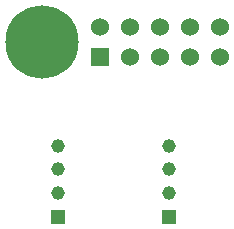
<source format=gbr>
G04*
G04 #@! TF.GenerationSoftware,Altium Limited,Altium Designer,24.8.2 (39)*
G04*
G04 Layer_Color=255*
%FSLAX25Y25*%
%MOIN*%
G70*
G04*
G04 #@! TF.SameCoordinates,0347263F-4986-443A-A638-574EEFBA0464*
G04*
G04*
G04 #@! TF.FilePolarity,Positive*
G04*
G01*
G75*
%ADD19C,0.24410*%
%ADD20R,0.06000X0.06000*%
%ADD21C,0.06000*%
%ADD22C,0.04528*%
%ADD23R,0.04528X0.04528*%
D19*
X118327Y179000D02*
D03*
D20*
X137500Y174000D02*
D03*
D21*
X147500D02*
D03*
X157500D02*
D03*
X167500D02*
D03*
X177500D02*
D03*
X137500Y184000D02*
D03*
X147500D02*
D03*
X157500D02*
D03*
X167500D02*
D03*
X177500D02*
D03*
D22*
X123500Y144311D02*
D03*
Y136437D02*
D03*
Y128563D02*
D03*
X160500D02*
D03*
Y136437D02*
D03*
Y144311D02*
D03*
D23*
X123500Y120689D02*
D03*
X160500D02*
D03*
M02*

</source>
